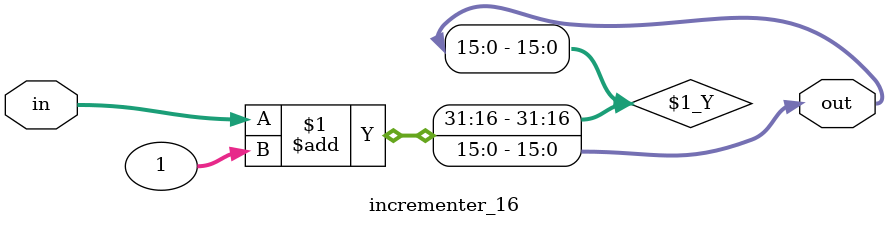
<source format=v>
`timescale 1ns / 1ps

module incrementer_16(input [15:0] in, output [15:0] out);
    assign out = in + 1;
endmodule

</source>
